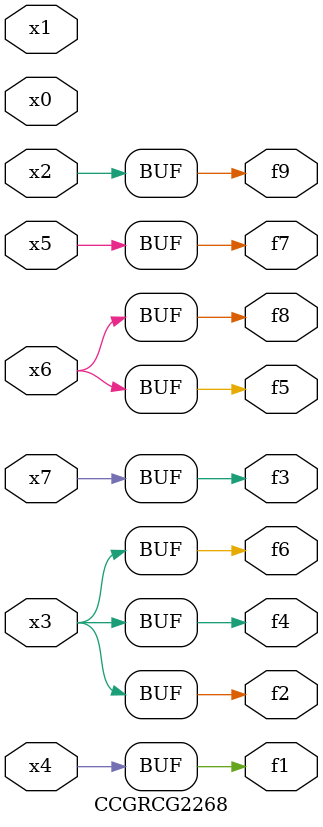
<source format=v>
module CCGRCG2268(
	input x0, x1, x2, x3, x4, x5, x6, x7,
	output f1, f2, f3, f4, f5, f6, f7, f8, f9
);
	assign f1 = x4;
	assign f2 = x3;
	assign f3 = x7;
	assign f4 = x3;
	assign f5 = x6;
	assign f6 = x3;
	assign f7 = x5;
	assign f8 = x6;
	assign f9 = x2;
endmodule

</source>
